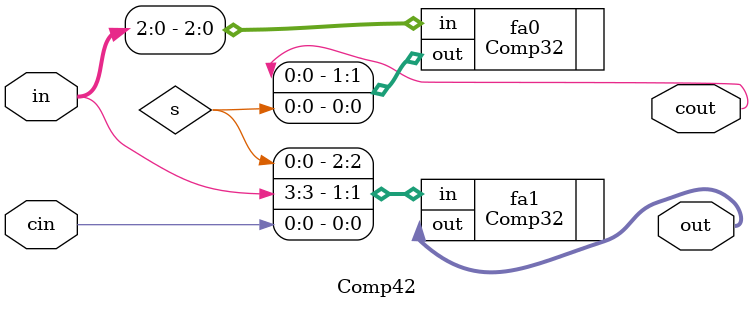
<source format=sv>
module Comp42 (
    input [3:0] in,
    input cin,
    output [1:0] out,
    output cout
);
  wire s;
  Comp32 fa0 (
      .in (in[2:0]),
      .out({cout, s})
  );

  Comp32 fa1 (
      .in ({s, in[3], cin}),
      .out(out)
  );

endmodule

</source>
